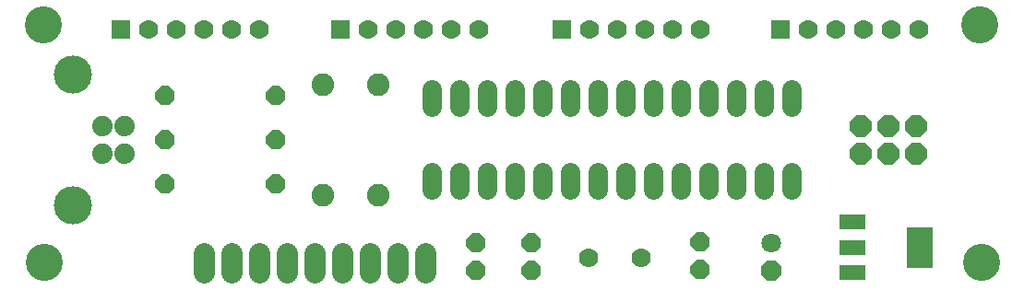
<source format=gts>
G75*
%MOIN*%
%OFA0B0*%
%FSLAX24Y24*%
%IPPOS*%
%LPD*%
%AMOC8*
5,1,8,0,0,1.08239X$1,22.5*
%
%ADD10C,0.1340*%
%ADD11C,0.0700*%
%ADD12C,0.0700*%
%ADD13OC8,0.0700*%
%ADD14C,0.0820*%
%ADD15C,0.0740*%
%ADD16C,0.1380*%
%ADD17R,0.0960X0.0560*%
%ADD18R,0.0946X0.1497*%
%ADD19OC8,0.0710*%
%ADD20C,0.0710*%
%ADD21OC8,0.0780*%
%ADD22C,0.0780*%
%ADD23R,0.0695X0.0695*%
%ADD24C,0.0695*%
D10*
X002961Y001489D03*
X002900Y010089D03*
X036761Y010089D03*
X036811Y001489D03*
D11*
X029961Y004129D02*
X029961Y004749D01*
X028961Y004749D02*
X028961Y004129D01*
X027961Y004129D02*
X027961Y004749D01*
X026961Y004749D02*
X026961Y004129D01*
X025961Y004129D02*
X025961Y004749D01*
X024961Y004749D02*
X024961Y004129D01*
X023961Y004129D02*
X023961Y004749D01*
X022961Y004749D02*
X022961Y004129D01*
X021961Y004129D02*
X021961Y004749D01*
X020961Y004749D02*
X020961Y004129D01*
X019961Y004129D02*
X019961Y004749D01*
X018961Y004749D02*
X018961Y004129D01*
X017961Y004129D02*
X017961Y004749D01*
X016961Y004749D02*
X016961Y004129D01*
X016961Y007129D02*
X016961Y007749D01*
X017961Y007749D02*
X017961Y007129D01*
X018961Y007129D02*
X018961Y007749D01*
X019961Y007749D02*
X019961Y007129D01*
X020961Y007129D02*
X020961Y007749D01*
X021961Y007749D02*
X021961Y007129D01*
X022961Y007129D02*
X022961Y007749D01*
X023961Y007749D02*
X023961Y007129D01*
X024961Y007129D02*
X024961Y007749D01*
X025961Y007749D02*
X025961Y007129D01*
X026961Y007129D02*
X026961Y007749D01*
X027961Y007749D02*
X027961Y007129D01*
X028961Y007129D02*
X028961Y007749D01*
X029961Y007749D02*
X029961Y007129D01*
D12*
X024527Y001681D03*
X022627Y001681D03*
D13*
X020561Y001189D03*
X018561Y001189D03*
X018561Y002189D03*
X020561Y002189D03*
X026656Y002217D03*
X026656Y001217D03*
X011311Y004339D03*
X007311Y004339D03*
X007311Y005939D03*
X011311Y005939D03*
X011311Y007539D03*
X007311Y007539D03*
D14*
X013011Y007939D03*
X015011Y007939D03*
X015011Y003939D03*
X013011Y003939D03*
D15*
X005841Y005447D03*
X005061Y005447D03*
X005061Y006431D03*
X005841Y006431D03*
D16*
X003991Y008309D03*
X003991Y003569D03*
D17*
X032141Y002949D03*
X032141Y002039D03*
X032141Y001129D03*
D18*
X034581Y002039D03*
D19*
X029199Y001209D03*
D20*
X029199Y002209D03*
D21*
X032461Y005439D03*
X033461Y005439D03*
X034461Y005439D03*
X034461Y006439D03*
X033461Y006439D03*
X032461Y006439D03*
D22*
X016711Y001839D02*
X016711Y001139D01*
X015711Y001139D02*
X015711Y001839D01*
X014711Y001839D02*
X014711Y001139D01*
X013711Y001139D02*
X013711Y001839D01*
X012711Y001839D02*
X012711Y001139D01*
X011711Y001139D02*
X011711Y001839D01*
X010711Y001839D02*
X010711Y001139D01*
X009711Y001139D02*
X009711Y001839D01*
X008711Y001839D02*
X008711Y001139D01*
D23*
X005711Y009939D03*
X013661Y009939D03*
X021661Y009939D03*
X029561Y009939D03*
D24*
X030561Y009939D03*
X031561Y009939D03*
X032561Y009939D03*
X033561Y009939D03*
X034561Y009939D03*
X026661Y009939D03*
X025661Y009939D03*
X024661Y009939D03*
X023661Y009939D03*
X022661Y009939D03*
X018661Y009939D03*
X017661Y009939D03*
X016661Y009939D03*
X015661Y009939D03*
X014661Y009939D03*
X010711Y009939D03*
X009711Y009939D03*
X008711Y009939D03*
X007711Y009939D03*
X006711Y009939D03*
M02*

</source>
